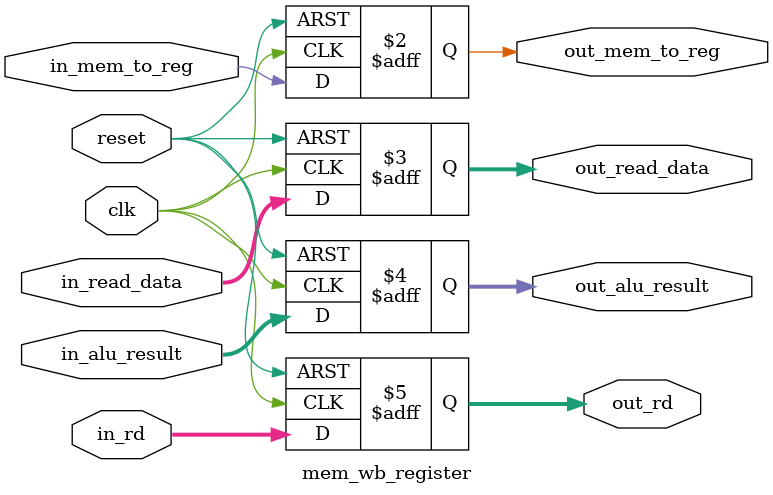
<source format=v>
`timescale 1ns / 1ps


module mem_wb_register(
    input clk,
    input reset,

    // --- Inputs from Memory Stage ---
    input in_mem_to_reg,      // Control signal for final MUX
    input [31:0] in_read_data,   // Data from Data Memory
    input [31:0] in_alu_result,  // Result from ALU (passed through MEM)
    input [4:0]  in_rd,          // Destination register index

    // --- Outputs to Write Back Logic ---
    output reg out_mem_to_reg,
    output reg [31:0] out_read_data,
    output reg [31:0] out_alu_result,
    output reg [4:0]  out_rd
);

    always @(posedge clk or posedge reset)
    begin
        if (reset) begin
            // On reset, clear control signals and data
            out_mem_to_reg <= 1'b0;
            out_read_data  <= 32'b0;
            out_alu_result <= 32'b0;
            out_rd         <= 5'b0;
        end
        else begin
            // On a clock edge, capture all the inputs
            out_mem_to_reg <= in_mem_to_reg;
            out_read_data  <= in_read_data;
            out_alu_result <= in_alu_result;
            out_rd         <= in_rd;
        end
    end

endmodule
</source>
